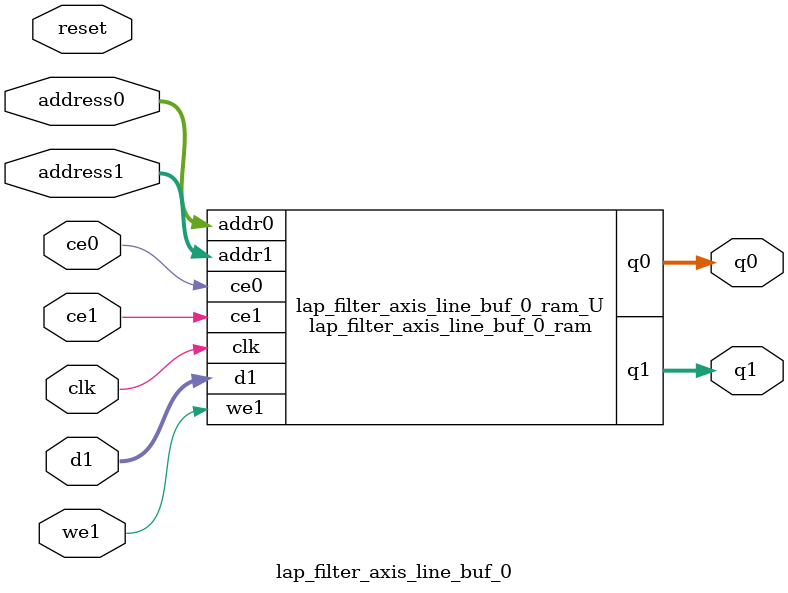
<source format=v>

`timescale 1 ns / 1 ps
module lap_filter_axis_line_buf_0_ram (addr0, ce0, q0, addr1, ce1, d1, we1, q1,  clk);

parameter DWIDTH = 8;
parameter AWIDTH = 11;
parameter MEM_SIZE = 1280;

input[AWIDTH-1:0] addr0;
input ce0;
output reg[DWIDTH-1:0] q0;
input[AWIDTH-1:0] addr1;
input ce1;
input[DWIDTH-1:0] d1;
input we1;
output reg[DWIDTH-1:0] q1;
input clk;

reg [DWIDTH-1:0] ram[MEM_SIZE-1:0];




always @(posedge clk)  
begin 
    if (ce0) 
    begin
            q0 <= ram[addr0];
    end
end


always @(posedge clk)  
begin 
    if (ce1) 
    begin
        if (we1) 
        begin 
            ram[addr1] <= d1; 
            q1 <= d1;
        end 
        else 
            q1 <= ram[addr1];
    end
end


endmodule


`timescale 1 ns / 1 ps
module lap_filter_axis_line_buf_0(
    reset,
    clk,
    address0,
    ce0,
    q0,
    address1,
    ce1,
    we1,
    d1,
    q1);

parameter DataWidth = 32'd8;
parameter AddressRange = 32'd1280;
parameter AddressWidth = 32'd11;
input reset;
input clk;
input[AddressWidth - 1:0] address0;
input ce0;
output[DataWidth - 1:0] q0;
input[AddressWidth - 1:0] address1;
input ce1;
input we1;
input[DataWidth - 1:0] d1;
output[DataWidth - 1:0] q1;



lap_filter_axis_line_buf_0_ram lap_filter_axis_line_buf_0_ram_U(
    .clk( clk ),
    .addr0( address0 ),
    .ce0( ce0 ),
    .q0( q0 ),
    .addr1( address1 ),
    .ce1( ce1 ),
    .d1( d1 ),
    .we1( we1 ),
    .q1( q1 ));

endmodule


</source>
